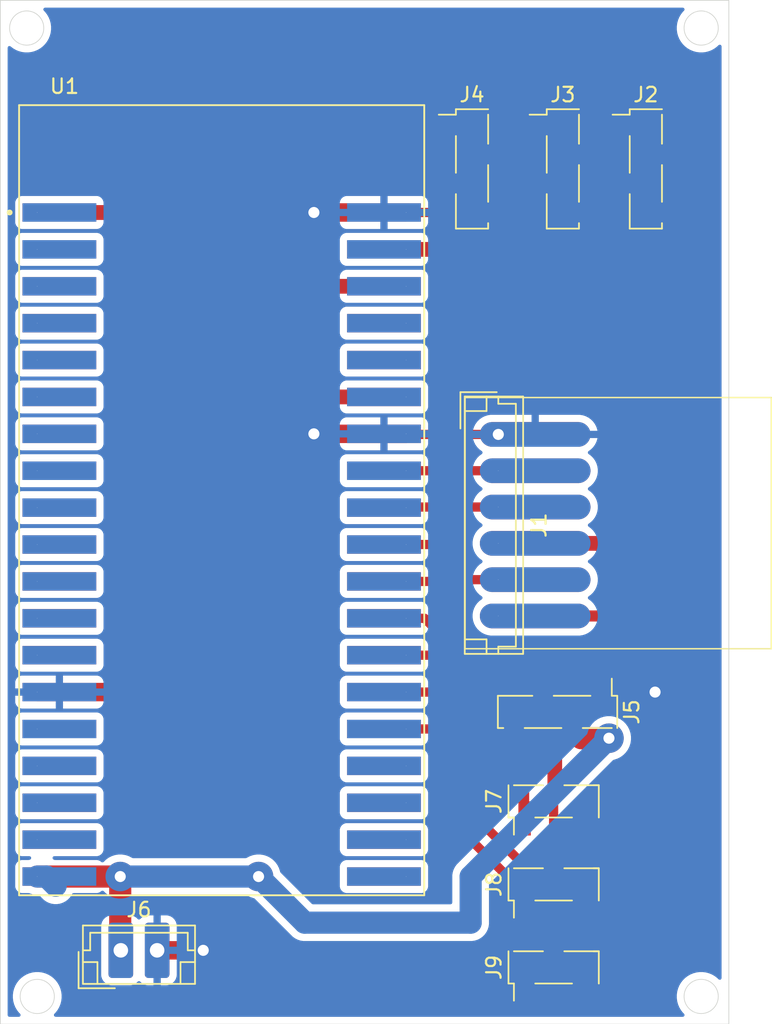
<source format=kicad_pcb>
(kicad_pcb (version 20241229) (generator "pcbnew") (generator_version "9.0")
  (layers (0 "F.Cu" signal) (2 "B.Cu" signal) (13 "F.Paste" user) (15 "B.Paste" user) (5 "F.SilkS" user "F.Silkscreen") (7 "B.SilkS" user "B.Silkscreen") (1 "F.Mask" user) (3 "B.Mask" user) (25 "Edge.Cuts" user))
  (net 0 "")
  (net 1 "GND")
  (net 2 "CLK")
  (net 3 "CS")
  (net 4 "3V3")
  (net 5 "MISO")
  (net 6 "MOSI")
  (net 7 "I2C_SCL")
  (net 8 "I2C_SDA")
  (net 9 "RX2")
  (net 10 "TX2")
  (net 11 "5V")
  (net 12 "BTN1")
  (net 13 "BTN2")
  (net 14 "BTN3")
  (footprint "Connector_PinHeader_2.00mm:PinHeader_1x04_P2.00mm_Vertical_SMD_Pin1Left" (layer "F.Cu") (at 32.48 11.605)
    (property "Reference" "J4" (at 0 -5.11 0) (layer "F.SilkS"))
    (property "Value" "IC2 D3")
    (fp_line (start -1.11 -4.11) (end -1.11 -3.735) (stroke (width 0.12)) (layer "F.SilkS"))
    (fp_line (start -1.11 -4.11) (end 1.11 -4.11) (stroke (width 0.12)) (layer "F.SilkS"))
    (fp_line (start -1.11 -3.735) (end -2.29 -3.735) (stroke (width 0.12)) (layer "F.SilkS"))
    (fp_line (start -1.11 -2.265) (end -1.11 0.265) (stroke (width 0.12)) (layer "F.SilkS"))
    (fp_line (start -1.11 1.735) (end -1.11 4.11) (stroke (width 0.12)) (layer "F.SilkS"))
    (fp_line (start -1.11 4.11) (end 1.11 4.11) (stroke (width 0.12)) (layer "F.SilkS"))
    (fp_line (start 1.11 -3.735) (end 1.11 -1.735) (stroke (width 0.12)) (layer "F.SilkS"))
    (fp_line (start 1.11 -0.265) (end 1.11 2.265) (stroke (width 0.12)) (layer "F.SilkS"))
    (fp_line (start 1.11 3.735) (end 1.11 4.11) (stroke (width 0.12)) (layer "F.SilkS"))
    (pad "1" smd rect (at -1.175 -3) (size 2.35 0.85) (layers "F.Cu" "F.Mask" "F.Paste") (net 4 "3V3"))
    (pad "2" smd rect (at 1.175 -1) (size 2.35 0.85) (layers "F.Cu" "F.Mask" "F.Paste") (net 8 "I2C_SDA"))
    (pad "3" smd rect (at -1.175 1) (size 2.35 0.85) (layers "F.Cu" "F.Mask" "F.Paste") (net 7 "I2C_SCL"))
    (pad "4" smd rect (at 1.175 3) (size 2.35 0.85) (layers "F.Cu" "F.Mask" "F.Paste") (net 1 "GND"))
  )
  (footprint "Connector_PinHeader_2.00mm:PinHeader_1x03_P2.00mm_Vertical_SMD_Pin1Left" (layer "F.Cu") (at 38.1 60.865 90)
    (property "Reference" "J8" (at 0 -4.11 90) (layer "F.SilkS"))
    (property "Value" "BTN2")
    (fp_line (start -1.11 -3.11) (end 1.11 -3.11) (stroke (width 0.12)) (layer "F.SilkS"))
    (fp_line (start -1.11 -3.11) (end -1.11 -2.735) (stroke (width 0.12)) (layer "F.SilkS"))
    (fp_line (start 1.11 -2.735) (end 1.11 -0.735) (stroke (width 0.12)) (layer "F.SilkS"))
    (fp_line (start -1.11 -2.735) (end -2.29 -2.735) (stroke (width 0.12)) (layer "F.SilkS"))
    (fp_line (start -1.11 -1.265) (end -1.11 1.265) (stroke (width 0.12)) (layer "F.SilkS"))
    (fp_line (start 1.11 0.735) (end 1.11 3.11) (stroke (width 0.12)) (layer "F.SilkS"))
    (fp_line (start 1.11 2.735) (end 1.11 3.11) (stroke (width 0.12)) (layer "F.SilkS"))
    (fp_line (start -1.11 3.11) (end 1.11 3.11) (stroke (width 0.12)) (layer "F.SilkS"))
    (pad "1" smd rect (at -1.175 -2 90) (size 2.35 0.85) (layers "F.Cu" "F.Mask" "F.Paste") (net 13 "BTN2"))
    (pad "2" smd rect (at 1.175 0 90) (size 2.35 0.85) (layers "F.Cu" "F.Mask" "F.Paste") (net 4 "3V3"))
    (pad "3" smd rect (at -1.175 2 90) (size 2.35 0.85) (layers "F.Cu" "F.Mask" "F.Paste") (net 1 "GND"))
  )
  (footprint "Connector_JST:JST_EH_B2B-EH-A_1x02_P2.50mm_Vertical" (layer "F.Cu") (at 8.295 65.405)
    (property "Reference" "J6" (at 1.25 -2.8 0) (layer "F.SilkS"))
    (property "Value" "PWR")
    (fp_line (start -2.91 0.11) (end -2.91 2.61) (stroke (width 0.12)) (layer "F.SilkS"))
    (fp_line (start -2.91 2.61) (end -0.41 2.61) (stroke (width 0.12)) (layer "F.SilkS"))
    (fp_line (start -2.61 -1.71) (end -2.61 2.31) (stroke (width 0.12)) (layer "F.SilkS"))
    (fp_line (start -2.61 0) (end -2.11 0) (stroke (width 0.12)) (layer "F.SilkS"))
    (fp_line (start -2.61 0.81) (end -1.61 0.81) (stroke (width 0.12)) (layer "F.SilkS"))
    (fp_line (start -2.61 2.31) (end 5.11 2.31) (stroke (width 0.12)) (layer "F.SilkS"))
    (fp_line (start -2.11 -1.21) (end 4.61 -1.21) (stroke (width 0.12)) (layer "F.SilkS"))
    (fp_line (start -2.11 0) (end -2.11 -1.21) (stroke (width 0.12)) (layer "F.SilkS"))
    (fp_line (start -1.61 0.81) (end -1.61 2.31) (stroke (width 0.12)) (layer "F.SilkS"))
    (fp_line (start 4.11 0.81) (end 4.11 2.31) (stroke (width 0.12)) (layer "F.SilkS"))
    (fp_line (start 4.61 -1.21) (end 4.61 0) (stroke (width 0.12)) (layer "F.SilkS"))
    (fp_line (start 4.61 0) (end 5.11 0) (stroke (width 0.12)) (layer "F.SilkS"))
    (fp_line (start 5.11 -1.71) (end -2.61 -1.71) (stroke (width 0.12)) (layer "F.SilkS"))
    (fp_line (start 5.11 0.81) (end 4.11 0.81) (stroke (width 0.12)) (layer "F.SilkS"))
    (fp_line (start 5.11 2.31) (end 5.11 -1.71) (stroke (width 0.12)) (layer "F.SilkS"))
    (pad "1" thru_hole roundrect (at 0 0) (size 1.7 3.81) (drill 1) (layers "*.Cu" "*.Mask") (roundrect_rratio 0.147059) (net 11 "5V"))
    (pad "2" thru_hole roundrect (at 2.5 0) (size 1.7 3.81) (drill 1) (layers "*.Cu" "*.Mask") (roundrect_rratio 0.147059) (net 1 "GND"))
  )
  (footprint "Connector_PinHeader_2.00mm:PinHeader_1x04_P2.00mm_Vertical_SMD_Pin1Left" (layer "F.Cu") (at 38.735 11.605)
    (property "Reference" "J3" (at 0 -5.11 0) (layer "F.SilkS"))
    (property "Value" "I2C D2")
    (fp_line (start -1.11 -4.11) (end -1.11 -3.735) (stroke (width 0.12)) (layer "F.SilkS"))
    (fp_line (start -1.11 -4.11) (end 1.11 -4.11) (stroke (width 0.12)) (layer "F.SilkS"))
    (fp_line (start -1.11 -3.735) (end -2.29 -3.735) (stroke (width 0.12)) (layer "F.SilkS"))
    (fp_line (start -1.11 -2.265) (end -1.11 0.265) (stroke (width 0.12)) (layer "F.SilkS"))
    (fp_line (start -1.11 1.735) (end -1.11 4.11) (stroke (width 0.12)) (layer "F.SilkS"))
    (fp_line (start -1.11 4.11) (end 1.11 4.11) (stroke (width 0.12)) (layer "F.SilkS"))
    (fp_line (start 1.11 -3.735) (end 1.11 -1.735) (stroke (width 0.12)) (layer "F.SilkS"))
    (fp_line (start 1.11 -0.265) (end 1.11 2.265) (stroke (width 0.12)) (layer "F.SilkS"))
    (fp_line (start 1.11 3.735) (end 1.11 4.11) (stroke (width 0.12)) (layer "F.SilkS"))
    (pad "1" smd rect (at -1.175 -3) (size 2.35 0.85) (layers "F.Cu" "F.Mask" "F.Paste") (net 4 "3V3"))
    (pad "2" smd rect (at 1.175 -1) (size 2.35 0.85) (layers "F.Cu" "F.Mask" "F.Paste") (net 8 "I2C_SDA"))
    (pad "3" smd rect (at -1.175 1) (size 2.35 0.85) (layers "F.Cu" "F.Mask" "F.Paste") (net 7 "I2C_SCL"))
    (pad "4" smd rect (at 1.175 3) (size 2.35 0.85) (layers "F.Cu" "F.Mask" "F.Paste") (net 1 "GND"))
  )
  (footprint "Connector_PinHeader_2.00mm:PinHeader_1x04_P2.00mm_Vertical_SMD_Pin1Left" (layer "F.Cu") (at 44.45 11.605)
    (property "Reference" "J2" (at 0 -5.11 0) (layer "F.SilkS"))
    (property "Value" "I2C D1")
    (fp_line (start -1.11 -4.11) (end -1.11 -3.735) (stroke (width 0.12)) (layer "F.SilkS"))
    (fp_line (start -1.11 -4.11) (end 1.11 -4.11) (stroke (width 0.12)) (layer "F.SilkS"))
    (fp_line (start -1.11 -3.735) (end -2.29 -3.735) (stroke (width 0.12)) (layer "F.SilkS"))
    (fp_line (start -1.11 -2.265) (end -1.11 0.265) (stroke (width 0.12)) (layer "F.SilkS"))
    (fp_line (start -1.11 1.735) (end -1.11 4.11) (stroke (width 0.12)) (layer "F.SilkS"))
    (fp_line (start -1.11 4.11) (end 1.11 4.11) (stroke (width 0.12)) (layer "F.SilkS"))
    (fp_line (start 1.11 -3.735) (end 1.11 -1.735) (stroke (width 0.12)) (layer "F.SilkS"))
    (fp_line (start 1.11 -0.265) (end 1.11 2.265) (stroke (width 0.12)) (layer "F.SilkS"))
    (fp_line (start 1.11 3.735) (end 1.11 4.11) (stroke (width 0.12)) (layer "F.SilkS"))
    (pad "1" smd rect (at -1.175 -3) (size 2.35 0.85) (layers "F.Cu" "F.Mask" "F.Paste") (net 4 "3V3"))
    (pad "2" smd rect (at 1.175 -1) (size 2.35 0.85) (layers "F.Cu" "F.Mask" "F.Paste") (net 8 "I2C_SDA"))
    (pad "3" smd rect (at -1.175 1) (size 2.35 0.85) (layers "F.Cu" "F.Mask" "F.Paste") (net 7 "I2C_SCL"))
    (pad "4" smd rect (at 1.175 3) (size 2.35 0.85) (layers "F.Cu" "F.Mask" "F.Paste") (net 1 "GND"))
  )
  (footprint "Connector_PinHeader_2.00mm:PinHeader_1x04_P2.00mm_Vertical_SMD_Pin1Left" (layer "F.Cu") (at 38.37 48.99 -90)
    (property "Reference" "J5" (at 0 -5.11 90) (layer "F.SilkS"))
    (property "Value" "UART D1")
    (fp_line (start -1.11 4.11) (end 1.11 4.11) (stroke (width 0.12)) (layer "F.SilkS"))
    (fp_line (start 1.11 3.735) (end 1.11 4.11) (stroke (width 0.12)) (layer "F.SilkS"))
    (fp_line (start -1.11 1.735) (end -1.11 4.11) (stroke (width 0.12)) (layer "F.SilkS"))
    (fp_line (start 1.11 -0.265) (end 1.11 2.265) (stroke (width 0.12)) (layer "F.SilkS"))
    (fp_line (start -1.11 -2.265) (end -1.11 0.265) (stroke (width 0.12)) (layer "F.SilkS"))
    (fp_line (start -1.11 -3.735) (end -2.29 -3.735) (stroke (width 0.12)) (layer "F.SilkS"))
    (fp_line (start 1.11 -3.735) (end 1.11 -1.735) (stroke (width 0.12)) (layer "F.SilkS"))
    (fp_line (start -1.11 -4.11) (end -1.11 -3.735) (stroke (width 0.12)) (layer "F.SilkS"))
    (fp_line (start -1.11 -4.11) (end 1.11 -4.11) (stroke (width 0.12)) (layer "F.SilkS"))
    (pad "1" smd rect (at -1.175 -3 270) (size 2.35 0.85) (layers "F.Cu" "F.Mask" "F.Paste") (net 1 "GND"))
    (pad "2" smd rect (at 1.175 -1 270) (size 2.35 0.85) (layers "F.Cu" "F.Mask" "F.Paste") (net 11 "5V"))
    (pad "3" smd rect (at -1.175 1 270) (size 2.35 0.85) (layers "F.Cu" "F.Mask" "F.Paste") (net 10 "TX2"))
    (pad "4" smd rect (at 1.175 3 270) (size 2.35 0.85) (layers "F.Cu" "F.Mask" "F.Paste") (net 9 "RX2"))
  )
  (footprint "Connector_PinHeader_2.00mm:PinHeader_1x03_P2.00mm_Vertical_SMD_Pin1Left" (layer "F.Cu") (at 38.1 55.15 90)
    (property "Reference" "J7" (at 0 -4.11 90) (layer "F.SilkS"))
    (property "Value" "BTN1")
    (fp_line (start -1.11 -3.11) (end 1.11 -3.11) (stroke (width 0.12)) (layer "F.SilkS"))
    (fp_line (start -1.11 -3.11) (end -1.11 -2.735) (stroke (width 0.12)) (layer "F.SilkS"))
    (fp_line (start 1.11 -2.735) (end 1.11 -0.735) (stroke (width 0.12)) (layer "F.SilkS"))
    (fp_line (start -1.11 -2.735) (end -2.29 -2.735) (stroke (width 0.12)) (layer "F.SilkS"))
    (fp_line (start -1.11 -1.265) (end -1.11 1.265) (stroke (width 0.12)) (layer "F.SilkS"))
    (fp_line (start 1.11 0.735) (end 1.11 3.11) (stroke (width 0.12)) (layer "F.SilkS"))
    (fp_line (start 1.11 2.735) (end 1.11 3.11) (stroke (width 0.12)) (layer "F.SilkS"))
    (fp_line (start -1.11 3.11) (end 1.11 3.11) (stroke (width 0.12)) (layer "F.SilkS"))
    (pad "1" smd rect (at -1.175 -2 90) (size 2.35 0.85) (layers "F.Cu" "F.Mask" "F.Paste") (net 12 "BTN1"))
    (pad "2" smd rect (at 1.175 0 90) (size 2.35 0.85) (layers "F.Cu" "F.Mask" "F.Paste") (net 4 "3V3"))
    (pad "3" smd rect (at -1.175 2 90) (size 2.35 0.85) (layers "F.Cu" "F.Mask" "F.Paste") (net 1 "GND"))
  )
  (footprint "Connector_PinHeader_2.00mm:PinHeader_1x03_P2.00mm_Vertical_SMD_Pin1Left" (layer "F.Cu") (at 38.1 66.58 90)
    (property "Reference" "J9" (at 0 -4.11 90) (layer "F.SilkS"))
    (property "Value" "BTN3")
    (fp_line (start -1.11 -3.11) (end 1.11 -3.11) (stroke (width 0.12)) (layer "F.SilkS"))
    (fp_line (start -1.11 -3.11) (end -1.11 -2.735) (stroke (width 0.12)) (layer "F.SilkS"))
    (fp_line (start 1.11 -2.735) (end 1.11 -0.735) (stroke (width 0.12)) (layer "F.SilkS"))
    (fp_line (start -1.11 -2.735) (end -2.29 -2.735) (stroke (width 0.12)) (layer "F.SilkS"))
    (fp_line (start -1.11 -1.265) (end -1.11 1.265) (stroke (width 0.12)) (layer "F.SilkS"))
    (fp_line (start 1.11 0.735) (end 1.11 3.11) (stroke (width 0.12)) (layer "F.SilkS"))
    (fp_line (start 1.11 2.735) (end 1.11 3.11) (stroke (width 0.12)) (layer "F.SilkS"))
    (fp_line (start -1.11 3.11) (end 1.11 3.11) (stroke (width 0.12)) (layer "F.SilkS"))
    (pad "1" smd rect (at -1.175 -2 90) (size 2.35 0.85) (layers "F.Cu" "F.Mask" "F.Paste") (net 14 "BTN3"))
    (pad "2" smd rect (at 1.175 0 90) (size 2.35 0.85) (layers "F.Cu" "F.Mask" "F.Paste") (net 4 "3V3"))
    (pad "3" smd rect (at -1.175 2 90) (size 2.35 0.85) (layers "F.Cu" "F.Mask" "F.Paste") (net 1 "GND"))
  )
  (footprint "ESP32-DEVKITC-32D:MODULE_ESP32-DEVKITC-32D" (layer "F.Cu") (at 15.24 34.365)
    (property "Reference" "U1" (at -10.829175 -28.446045 0) (layer "F.SilkS") (effects (font (size 1.000386 1.000386))))
    (property "Value" "ESP32-DEVKITC-32D")
    (fp_line (start -13.95 -27.15) (end 13.95 -27.15) (stroke (width 0.127)) (layer "F.SilkS"))
    (fp_line (start -13.95 27.25) (end -13.95 -27.15) (stroke (width 0.127)) (layer "F.SilkS"))
    (fp_line (start 13.95 -27.15) (end 13.95 27.25) (stroke (width 0.127)) (layer "F.SilkS"))
    (fp_line (start 13.95 27.25) (end -13.95 27.25) (stroke (width 0.127)) (layer "F.SilkS"))
    (fp_circle (center -14.6 -19.76) (end -14.5 -19.76) (stroke (width 0.2)) (fill no) (layer "F.SilkS"))
    (pad "J2-1" thru_hole rect (at -12.7 -19.76) (size 5.08 1.27) (drill 0.0254 (offset 1.524 0)) (layers "*.Cu" "*.Mask") (net 4 "3V3"))
    (pad "J2-2" thru_hole rect (at -12.7 -17.22) (size 5.08 1.27) (drill 0.0254 (offset 1.524 0)) (layers "*.Cu" "*.Mask"))
    (pad "J2-3" thru_hole rect (at -12.7 -14.68) (size 5.08 1.27) (drill 0.0254 (offset 1.524 0)) (layers "*.Cu" "*.Mask"))
    (pad "J2-4" thru_hole rect (at -12.7 -12.14) (size 5.08 1.27) (drill 0.0254 (offset 1.524 0)) (layers "*.Cu" "*.Mask"))
    (pad "J2-5" thru_hole rect (at -12.7 -9.6) (size 5.08 1.27) (drill 0.0254 (offset 1.524 0)) (layers "*.Cu" "*.Mask"))
    (pad "J2-6" thru_hole rect (at -12.7 -7.06) (size 5.08 1.27) (drill 0.0254 (offset 1.524 0)) (layers "*.Cu" "*.Mask"))
    (pad "J2-7" thru_hole rect (at -12.7 -4.52) (size 5.08 1.27) (drill 0.0254 (offset 1.524 0)) (layers "*.Cu" "*.Mask"))
    (pad "J2-8" thru_hole rect (at -12.7 -1.98) (size 5.08 1.27) (drill 0.0254 (offset 1.524 0)) (layers "*.Cu" "*.Mask"))
    (pad "J2-9" thru_hole rect (at -12.7 0.56) (size 5.08 1.27) (drill 0.0254 (offset 1.524 0)) (layers "*.Cu" "*.Mask"))
    (pad "J2-10" thru_hole rect (at -12.7 3.1) (size 5.08 1.27) (drill 0.0254 (offset 1.524 0)) (layers "*.Cu" "*.Mask"))
    (pad "J2-11" thru_hole rect (at -12.7 5.64) (size 5.08 1.27) (drill 0.0254 (offset 1.524 0)) (layers "*.Cu" "*.Mask"))
    (pad "J2-12" thru_hole rect (at -12.7 8.18) (size 5.08 1.27) (drill 0.0254 (offset 1.524 0)) (layers "*.Cu" "*.Mask"))
    (pad "J2-13" thru_hole rect (at -12.7 10.72) (size 5.08 1.27) (drill 0.0254 (offset 1.524 0)) (layers "*.Cu" "*.Mask"))
    (pad "J2-14" thru_hole rect (at -12.7 13.26) (size 5.08 1.27) (drill 0.0254 (offset 1.524 0)) (layers "*.Cu" "*.Mask") (net 1 "GND"))
    (pad "J2-15" thru_hole rect (at -12.7 15.8) (size 5.08 1.27) (drill 0.0254 (offset 1.524 0)) (layers "*.Cu" "*.Mask"))
    (pad "J2-16" thru_hole rect (at -12.7 18.34) (size 5.08 1.27) (drill 0.0254 (offset 1.524 0)) (layers "*.Cu" "*.Mask"))
    (pad "J2-17" thru_hole rect (at -12.7 20.88) (size 5.08 1.27) (drill 0.0254 (offset 1.524 0)) (layers "*.Cu" "*.Mask"))
    (pad "J2-18" thru_hole rect (at -12.7 23.42) (size 5.08 1.27) (drill 0.0254 (offset 1.524 0)) (layers "*.Cu" "*.Mask"))
    (pad "J2-19" thru_hole rect (at -12.7 25.96) (size 5.08 1.27) (drill 0.0254 (offset 1.524 0)) (layers "*.Cu" "*.Mask") (net 11 "5V"))
    (pad "J3-1" thru_hole rect (at 12.7 -19.76) (size 5.08 1.27) (drill 0.0254 (offset -1.524 0)) (layers "*.Cu" "*.Mask") (net 1 "GND"))
    (pad "J3-2" thru_hole rect (at 12.7 -17.22) (size 5.08 1.27) (drill 0.0254 (offset -1.524 0)) (layers "*.Cu" "*.Mask") (net 6 "MOSI"))
    (pad "J3-3" thru_hole rect (at 12.7 -14.68) (size 5.08 1.27) (drill 0.0254 (offset -1.524 0)) (layers "*.Cu" "*.Mask") (net 7 "I2C_SCL"))
    (pad "J3-4" thru_hole rect (at 12.7 -12.14) (size 5.08 1.27) (drill 0.0254 (offset -1.524 0)) (layers "*.Cu" "*.Mask"))
    (pad "J3-5" thru_hole rect (at 12.7 -9.6) (size 5.08 1.27) (drill 0.0254 (offset -1.524 0)) (layers "*.Cu" "*.Mask"))
    (pad "J3-6" thru_hole rect (at 12.7 -7.06) (size 5.08 1.27) (drill 0.0254 (offset -1.524 0)) (layers "*.Cu" "*.Mask") (net 8 "I2C_SDA"))
    (pad "J3-7" thru_hole rect (at 12.7 -4.52) (size 5.08 1.27) (drill 0.0254 (offset -1.524 0)) (layers "*.Cu" "*.Mask") (net 1 "GND"))
    (pad "J3-8" thru_hole rect (at 12.7 -1.98) (size 5.08 1.27) (drill 0.0254 (offset -1.524 0)) (layers "*.Cu" "*.Mask") (net 5 "MISO"))
    (pad "J3-9" thru_hole rect (at 12.7 0.56) (size 5.08 1.27) (drill 0.0254 (offset -1.524 0)) (layers "*.Cu" "*.Mask") (net 2 "CLK"))
    (pad "J3-10" thru_hole rect (at 12.7 3.1) (size 5.08 1.27) (drill 0.0254 (offset -1.524 0)) (layers "*.Cu" "*.Mask") (net 3 "CS"))
    (pad "J3-11" thru_hole rect (at 12.7 5.64) (size 5.08 1.27) (drill 0.0254 (offset -1.524 0)) (layers "*.Cu" "*.Mask") (net 10 "TX2"))
    (pad "J3-12" thru_hole rect (at 12.7 8.18) (size 5.08 1.27) (drill 0.0254 (offset -1.524 0)) (layers "*.Cu" "*.Mask") (net 9 "RX2"))
    (pad "J3-13" thru_hole rect (at 12.7 10.72) (size 5.08 1.27) (drill 0.0254 (offset -1.524 0)) (layers "*.Cu" "*.Mask") (net 12 "BTN1"))
    (pad "J3-14" thru_hole rect (at 12.7 13.26) (size 5.08 1.27) (drill 0.0254 (offset -1.524 0)) (layers "*.Cu" "*.Mask") (net 13 "BTN2"))
    (pad "J3-15" thru_hole rect (at 12.7 15.8) (size 5.08 1.27) (drill 0.0254 (offset -1.524 0)) (layers "*.Cu" "*.Mask") (net 14 "BTN3"))
    (pad "J3-16" thru_hole rect (at 12.7 18.34) (size 5.08 1.27) (drill 0.0254 (offset -1.524 0)) (layers "*.Cu" "*.Mask"))
    (pad "J3-17" thru_hole rect (at 12.7 20.88) (size 5.08 1.27) (drill 0.0254 (offset -1.524 0)) (layers "*.Cu" "*.Mask"))
    (pad "J3-18" thru_hole rect (at 12.7 23.42) (size 5.08 1.27) (drill 0.0254 (offset -1.524 0)) (layers "*.Cu" "*.Mask"))
    (pad "J3-19" thru_hole rect (at 12.7 25.96) (size 5.08 1.27) (drill 0.0254 (offset -1.524 0)) (layers "*.Cu" "*.Mask"))
  )
  (footprint "Connector_JST:JST_EH_B6B-EH-A_1x06_P2.50mm_Vertical" (layer "F.Cu") (at 34.29 29.885 -90)
    (property "Reference" "J1" (at 6.25 -2.8 90) (layer "F.SilkS"))
    (property "Value" "Conn_01x06_Socket")
    (fp_line (start -2.91 2.61) (end -0.41 2.61) (stroke (width 0.12)) (layer "F.SilkS"))
    (fp_line (start -2.61 2.31) (end 15.11 2.31) (stroke (width 0.12)) (layer "F.SilkS"))
    (fp_line (start 15.11 2.31) (end 15.11 -1.71) (stroke (width 0.12)) (layer "F.SilkS"))
    (fp_line (start -2.61 0.81) (end -1.61 0.81) (stroke (width 0.12)) (layer "F.SilkS"))
    (fp_line (start -1.61 0.81) (end -1.61 2.31) (stroke (width 0.12)) (layer "F.SilkS"))
    (fp_line (start 14.11 0.81) (end 14.11 2.31) (stroke (width 0.12)) (layer "F.SilkS"))
    (fp_line (start 15.11 0.81) (end 14.11 0.81) (stroke (width 0.12)) (layer "F.SilkS"))
    (fp_line (start -2.91 0.11) (end -2.91 2.61) (stroke (width 0.12)) (layer "F.SilkS"))
    (fp_line (start -2.61 0) (end -2.11 0) (stroke (width 0.12)) (layer "F.SilkS"))
    (fp_line (start -2.11 0) (end -2.11 -1.21) (stroke (width 0.12)) (layer "F.SilkS"))
    (fp_line (start 14.61 0) (end 15.11 0) (stroke (width 0.12)) (layer "F.SilkS"))
    (fp_line (start -2.11 -1.21) (end 14.61 -1.21) (stroke (width 0.12)) (layer "F.SilkS"))
    (fp_line (start 14.61 -1.21) (end 14.61 0) (stroke (width 0.12)) (layer "F.SilkS"))
    (fp_line (start -2.61 -1.71) (end -2.61 2.31) (stroke (width 0.12)) (layer "F.SilkS"))
    (fp_line (start 15.11 -1.71) (end -2.61 -1.71) (stroke (width 0.12)) (layer "F.SilkS"))
    (pad "1" thru_hole oval (at 0 0 270) (size 1.7 7.62) (drill 0.762 (offset 0 -2.54)) (layers "*.Cu" "*.Mask") (net 1 "GND"))
    (pad "2" thru_hole oval (at 2.5 0 270) (size 1.7 7.62) (drill 0.0254 (offset 0 -2.54)) (layers "*.Cu" "*.Mask") (net 5 "MISO"))
    (pad "3" thru_hole oval (at 5 0 270) (size 1.7 7.62) (drill 0.0254 (offset 0 -2.54)) (layers "*.Cu" "*.Mask") (net 2 "CLK"))
    (pad "4" thru_hole oval (at 7.5 0 270) (size 1.7 7.62) (drill 0.0254 (offset 0 -2.54)) (layers "*.Cu" "*.Mask") (net 6 "MOSI"))
    (pad "5" thru_hole oval (at 10 0 270) (size 1.7 7.62) (drill 0.0254 (offset 0 -2.54)) (layers "*.Cu" "*.Mask") (net 3 "CS"))
    (pad "6" thru_hole oval (at 12.5 0 270) (size 1.7 7.62) (drill 0.0254 (offset 0 -2.54)) (layers "*.Cu" "*.Mask") (net 4 "3V3"))
  )
  (gr_rect (start 32 27.345) (end 53.09 44.64) (stroke (width 0.1)) (fill no) (layer "F.SilkS"))
  (gr_circle (center 1.813026 1.905) (end 1.360418 2.992608) (stroke (width 0.05)) (fill no) (layer "Edge.Cuts"))
  (gr_circle (center 2.54 68.58) (end 2.087392 69.667608) (stroke (width 0.05)) (fill no) (layer "Edge.Cuts"))
  (gr_rect (start 0 0) (end 50.165 70.485) (stroke (width 0.05)) (fill no) (layer "Edge.Cuts"))
  (gr_circle (center 48.26 68.58) (end 47.807392 69.667608) (stroke (width 0.05)) (fill no) (layer "Edge.Cuts"))
  (gr_circle (center 48.26 1.905) (end 47.807392 2.992608) (stroke (width 0.05)) (fill no) (layer "Edge.Cuts"))
  (segment (start 45.085 52.705) (end 45.085 47.625) (width 1.016) (layer "F.Cu") (net 1))
  (segment (start 42.735 55.055) (end 45.085 52.705) (width 1.016) (layer "F.Cu") (net 1))
  (segment (start 40.1 56.325) (end 41.37 55.055) (width 1.016) (layer "F.Cu") (net 1))
  (segment (start 41.56 47.625) (end 41.37 47.815) (width 0.635) (layer "F.Cu") (net 1))
  (segment (start 34.29 29.885) (end 27.98 29.885) (width 0.635) (layer "F.Cu") (net 1))
  (segment (start 8.89 47.625) (end 8.89 42.545) (width 1.27) (layer "F.Cu") (net 1))
  (segment (start 8.89 42.545) (end 21.59 29.845) (width 1.27) (layer "F.Cu") (net 1))
  (segment (start 45.085 47.625) (end 41.56 47.625) (width 1.27) (layer "F.Cu") (net 1))
  (segment (start 40.1 67.755) (end 40.1 62.04) (width 1.016) (layer "F.Cu") (net 1))
  (segment (start 45.625 14.605) (end 39.91 14.605) (width 0.635) (layer "F.Cu") (net 1))
  (segment (start 27.94 14.605) (end 21.59 14.605) (width 1.27) (layer "F.Cu") (net 1))
  (segment (start 33.655 14.605) (end 27.94 14.605) (width 0.635) (layer "F.Cu") (net 1))
  (segment (start 41.37 55.055) (end 42.735 55.055) (width 1.016) (layer "F.Cu") (net 1))
  (segment (start 40.1 56.325) (end 40.1 62.04) (width 1.016) (layer "F.Cu") (net 1))
  (segment (start 39.91 14.605) (end 33.655 14.605) (width 0.635) (layer "F.Cu") (net 1))
  (segment (start 27.98 29.885) (end 27.94 29.845) (width 0.635) (layer "F.Cu") (net 1))
  (segment (start 27.94 29.845) (end 21.59 29.845) (width 1.27) (layer "F.Cu") (net 1))
  (segment (start 2.54 47.625) (end 8.89 47.625) (width 1.27) (layer "F.Cu") (net 1))
  (segment (start 13.97 65.405) (end 10.795 65.405) (width 1.27) (layer "F.Cu") (net 1))
  (via (at 21.59 14.605) (size 2.032) (drill 0.762) (layers "F.Cu" "B.Cu") (net 1))
  (via (at 21.59 29.845) (size 2.032) (drill 0.762) (layers "F.Cu" "B.Cu") (net 1))
  (via (at 45.085 47.625) (size 2.032) (drill 0.762) (layers "F.Cu" "B.Cu") (net 1))
  (via (at 13.97 65.405) (size 2.032) (drill 0.762) (layers "F.Cu" "B.Cu") (net 1))
  (segment (start 27.98 34.885) (end 27.94 34.925) (width 0.635) (layer "F.Cu") (net 2))
  (segment (start 34.29 34.885) (end 27.98 34.885) (width 0.635) (layer "F.Cu") (net 2))
  (segment (start 32.265 39.885) (end 34.29 39.885) (width 0.635) (layer "F.Cu") (net 3))
  (segment (start 29.845 37.465) (end 32.265 39.885) (width 0.635) (layer "F.Cu") (net 3))
  (segment (start 27.94 37.465) (end 29.845 37.465) (width 0.635) (layer "F.Cu") (net 3))
  (segment (start 37.56 8.605) (end 31.305 8.605) (width 0.635) (layer "F.Cu") (net 4))
  (segment (start 38.3675 47.3575) (end 42.385 43.34) (width 0.635) (layer "F.Cu") (net 4))
  (segment (start 42.385 43.34) (end 42.385 42.385) (width 0.635) (layer "F.Cu") (net 4))
  (segment (start 31.305 8.605) (end 16.795 8.605) (width 1.016) (layer "F.Cu") (net 4))
  (segment (start 10.795 14.605) (end 2.54 14.605) (width 1.016) (layer "F.Cu") (net 4))
  (segment (start 38.3675 53.7075) (end 38.1 53.975) (width 0.635) (layer "F.Cu") (net 4))
  (segment (start 2.54 14.605) (end 8.89 14.605) (width 1.016) (layer "F.Cu") (net 4))
  (segment (start 48.26 8.89) (end 48.26 36.83) (width 0.762) (layer "F.Cu") (net 4))
  (segment (start 34.29 42.385) (end 40.48 42.385) (width 0.635) (layer "F.Cu") (net 4))
  (segment (start 48.26 36.83) (end 42.545 42.545) (width 0.762) (layer "F.Cu") (net 4))
  (segment (start 43.275 8.605) (end 37.56 8.605) (width 0.635) (layer "F.Cu") (net 4))
  (segment (start 47.975 8.605) (end 48.26 8.89) (width 0.635) (layer "F.Cu") (net 4))
  (segment (start 16.795 8.605) (end 10.795 14.605) (width 1.016) (layer "F.Cu") (net 4))
  (segment (start 42.385 42.385) (end 34.29 42.385) (width 0.762) (layer "F.Cu") (net 4))
  (segment (start 43.275 8.605) (end 47.975 8.605) (width 0.762) (layer "F.Cu") (net 4))
  (segment (start 38.3675 47.3575) (end 38.3675 53.7075) (width 0.635) (layer "F.Cu") (net 4))
  (segment (start 42.545 42.545) (end 42.385 42.385) (width 0.635) (layer "F.Cu") (net 4))
  (segment (start 38.1 59.69) (end 38.1 53.975) (width 0.635) (layer "F.Cu") (net 4))
  (segment (start 38.1 65.405) (end 38.1 59.69) (width 0.635) (layer "F.Cu") (net 4))
  (segment (start 27.94 32.385) (end 34.29 32.385) (width 0.635) (layer "F.Cu") (net 5))
  (segment (start 31.75 17.145) (end 43.815 28.575) (width 1.016) (layer "F.Cu") (net 6))
  (segment (start 43.815 36.195) (end 41.275 37.465) (width 1.016) (layer "F.Cu") (net 6))
  (segment (start 41.195 37.385) (end 34.29 37.385) (width 1.016) (layer "F.Cu") (net 6))
  (segment (start 43.815 28.575) (end 43.815 36.195) (width 1.016) (layer "F.Cu") (net 6))
  (segment (start 41.275 37.465) (end 41.195 37.385) (width 1.016) (layer "F.Cu") (net 6))
  (segment (start 27.94 17.145) (end 31.75 17.145) (width 1.016) (layer "F.Cu") (net 6))
  (segment (start 43.275 12.605) (end 37.56 12.605) (width 0.635) (layer "F.Cu") (net 7))
  (segment (start 37.56 12.605) (end 31.305 12.605) (width 0.635) (layer "F.Cu") (net 7))
  (segment (start 31.305 12.605) (end 19.78 12.605) (width 1.016) (layer "F.Cu") (net 7))
  (segment (start 14.605 17.78) (end 14.605 19.685) (width 1.016) (layer "F.Cu") (net 7))
  (segment (start 14.605 19.685) (end 27.94 19.685) (width 1.016) (layer "F.Cu") (net 7))
  (segment (start 19.78 12.605) (end 14.605 17.78) (width 1.016) (layer "F.Cu") (net 7))
  (segment (start 17.97 10.605) (end 12.7 15.875) (width 1.016) (layer "F.Cu") (net 8))
  (segment (start 14.605 27.305) (end 27.94 27.305) (width 1.016) (layer "F.Cu") (net 8))
  (segment (start 12.7 15.875) (end 12.7 25.4) (width 1.016) (layer "F.Cu") (net 8))
  (segment (start 33.655 10.605) (end 17.97 10.605) (width 1.016) (layer "F.Cu") (net 8))
  (segment (start 39.91 10.605) (end 33.655 10.605) (width 0.635) (layer "F.Cu") (net 8))
  (segment (start 12.7 25.4) (end 14.605 27.305) (width 1.016) (layer "F.Cu") (net 8))
  (segment (start 45.625 10.605) (end 39.91 10.605) (width 0.635) (layer "F.Cu") (net 8))
  (segment (start 35.37 48.705) (end 35.37 50.165) (width 0.635) (layer "F.Cu") (net 9))
  (segment (start 27.94 42.545) (end 29.21 42.545) (width 0.635) (layer "F.Cu") (net 9))
  (segment (start 29.21 42.545) (end 35.37 48.705) (width 0.635) (layer "F.Cu") (net 9))
  (segment (start 31.75 43.18) (end 36.385 47.815) (width 0.635) (layer "F.Cu") (net 10))
  (segment (start 31.75 41.91) (end 31.75 43.18) (width 0.635) (layer "F.Cu") (net 10))
  (segment (start 36.385 47.815) (end 37.37 47.815) (width 0.635) (layer "F.Cu") (net 10))
  (segment (start 29.845 40.005) (end 31.75 41.91) (width 0.635) (layer "F.Cu") (net 10))
  (segment (start 27.94 40.005) (end 29.845 40.005) (width 0.635) (layer "F.Cu") (net 10))
  (segment (start 40.005 50.8) (end 39.702 50.497) (width 1.524) (layer "F.Cu") (net 11))
  (segment (start 8.255 60.325) (end 8.255 65.365) (width 1.524) (layer "F.Cu") (net 11))
  (segment (start 39.702 50.497) (end 39.702 50.165) (width 1.524) (layer "F.Cu") (net 11))
  (segment (start 8.255 65.365) (end 8.295 65.405) (width 1.524) (layer "F.Cu") (net 11))
  (segment (start 2.54 60.325) (end 8.255 60.325) (width 1.524) (layer "F.Cu") (net 11))
  (segment (start 41.91 50.8) (end 40.005 50.8) (width 1.524) (layer "F.Cu") (net 11))
  (via (at 17.78 60.325) (size 2.032) (drill 0.762) (layers "F.Cu" "B.Cu") (net 11))
  (via (at 41.91 50.8) (size 2.032) (drill 0.762) (layers "F.Cu" "B.Cu") (net 11))
  (via (at 8.255 60.325) (size 2.032) (drill 0.762) (layers "F.Cu" "B.Cu") (net 11))
  (segment (start 32.385 63.5) (end 20.955 63.5) (width 1.524) (layer "B.Cu") (net 11))
  (segment (start 32.385 60.325) (end 32.385 63.5) (width 1.524) (layer "B.Cu") (net 11))
  (segment (start 20.955 63.5) (end 17.78 60.325) (width 1.524) (layer "B.Cu") (net 11))
  (segment (start 41.91 50.8) (end 32.385 60.325) (width 1.524) (layer "B.Cu") (net 11))
  (segment (start 2.54 60.325) (end 3.175 60.325) (width 1.524) (layer "B.Cu") (net 11))
  (segment (start 8.255 60.325) (end 17.78 60.325) (width 1.524) (layer "B.Cu") (net 11))
  (segment (start 3.175 60.325) (end 3.81 60.96) (width 1.524) (layer "B.Cu") (net 11))
  (segment (start 34.29 53.975) (end 35.56 53.975) (width 0.635) (layer "F.Cu") (net 12))
  (segment (start 29.845 45.085) (end 33.655 48.895) (width 0.635) (layer "F.Cu") (net 12))
  (segment (start 36.1 54.515) (end 36.1 56.325) (width 0.635) (layer "F.Cu") (net 12))
  (segment (start 27.94 45.085) (end 29.845 45.085) (width 0.635) (layer "F.Cu") (net 12))
  (segment (start 35.56 53.975) (end 36.1 54.515) (width 0.635) (layer "F.Cu") (net 12))
  (segment (start 33.655 48.895) (end 33.655 53.34) (width 0.635) (layer "F.Cu") (net 12))
  (segment (start 33.655 53.34) (end 34.29 53.975) (width 0.635) (layer "F.Cu") (net 12))
  (segment (start 36.195 59.69) (end 36.1 59.785) (width 0.635) (layer "F.Cu") (net 13))
  (segment (start 32.385 50.165) (end 32.385 55.88) (width 0.635) (layer "F.Cu") (net 13))
  (segment (start 29.845 47.625) (end 32.385 50.165) (width 0.635) (layer "F.Cu") (net 13))
  (segment (start 36.1 59.785) (end 36.1 62.04) (width 0.635) (layer "F.Cu") (net 13))
  (segment (start 32.385 55.88) (end 36.195 59.69) (width 0.635) (layer "F.Cu") (net 13))
  (segment (start 27.94 47.625) (end 29.845 47.625) (width 0.635) (layer "F.Cu") (net 13))
  (segment (start 36.1 65.5) (end 36.1 67.755) (width 0.635) (layer "F.Cu") (net 14))
  (segment (start 30.48 50.165) (end 31.115 50.8) (width 0.635) (layer "F.Cu") (net 14))
  (segment (start 36.195 65.405) (end 36.1 65.5) (width 0.635) (layer "F.Cu") (net 14))
  (segment (start 34.925 64.135) (end 36.195 65.405) (width 0.635) (layer "F.Cu") (net 14))
  (segment (start 31.115 50.8) (end 31.115 56.515) (width 0.635) (layer "F.Cu") (net 14))
  (segment (start 34.925 60.325) (end 34.925 64.135) (width 0.635) (layer "F.Cu") (net 14))
  (segment (start 31.115 56.515) (end 34.925 60.325) (width 0.635) (layer "F.Cu") (net 14))
  (segment (start 27.94 50.165) (end 30.48 50.165) (width 0.635) (layer "F.Cu") (net 14))
  (zone (net 1) (net_name "GND") (layer "B.Cu") (connect_pads (clearance 0.5)) (min_thickness 0.25) (fill yes (thermal_gap 0.5) (thermal_bridge_width 0.5))
    (polygon (pts (xy 0 0) (xy 50.165 0) (xy 50.165 70.485) (xy 0 70.485)))
  )
)
</source>
